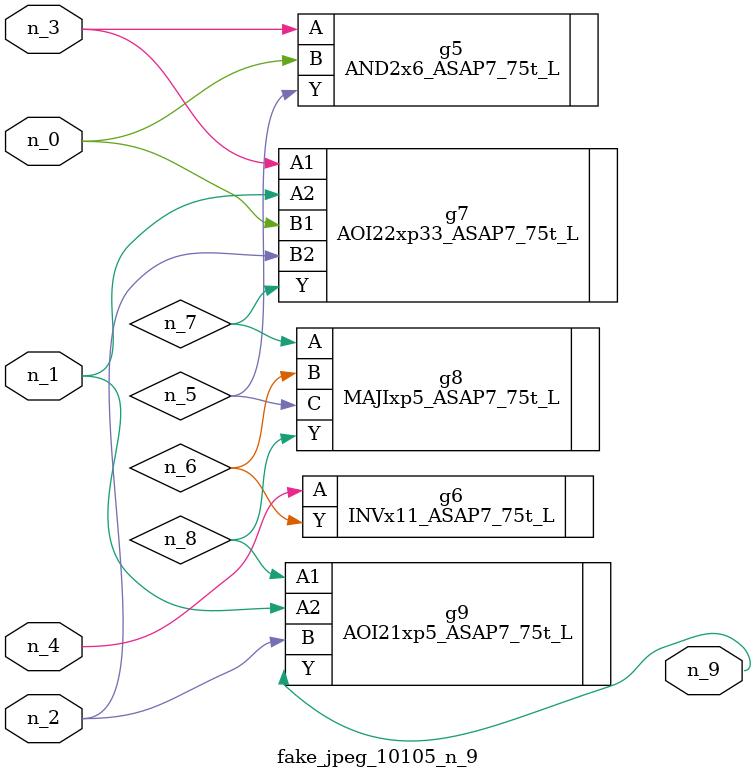
<source format=v>
module fake_jpeg_10105_n_9 (n_3, n_2, n_1, n_0, n_4, n_9);

input n_3;
input n_2;
input n_1;
input n_0;
input n_4;

output n_9;

wire n_8;
wire n_6;
wire n_5;
wire n_7;

AND2x6_ASAP7_75t_L g5 ( 
.A(n_3),
.B(n_0),
.Y(n_5)
);

INVx11_ASAP7_75t_L g6 ( 
.A(n_4),
.Y(n_6)
);

AOI22xp33_ASAP7_75t_L g7 ( 
.A1(n_3),
.A2(n_1),
.B1(n_0),
.B2(n_2),
.Y(n_7)
);

MAJIxp5_ASAP7_75t_L g8 ( 
.A(n_7),
.B(n_6),
.C(n_5),
.Y(n_8)
);

AOI21xp5_ASAP7_75t_L g9 ( 
.A1(n_8),
.A2(n_1),
.B(n_2),
.Y(n_9)
);


endmodule
</source>
